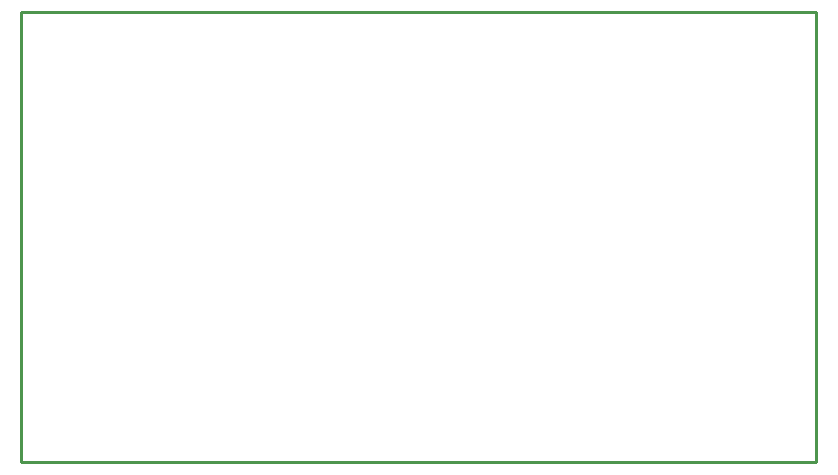
<source format=gbr>
G04 EAGLE Gerber RS-274X export*
G75*
%MOMM*%
%FSLAX34Y34*%
%LPD*%
%IN*%
%IPPOS*%
%AMOC8*
5,1,8,0,0,1.08239X$1,22.5*%
G01*
%ADD10C,0.254000*%


D10*
X0Y0D02*
X673100Y0D01*
X673100Y381000D01*
X0Y381000D01*
X0Y0D01*
M02*

</source>
